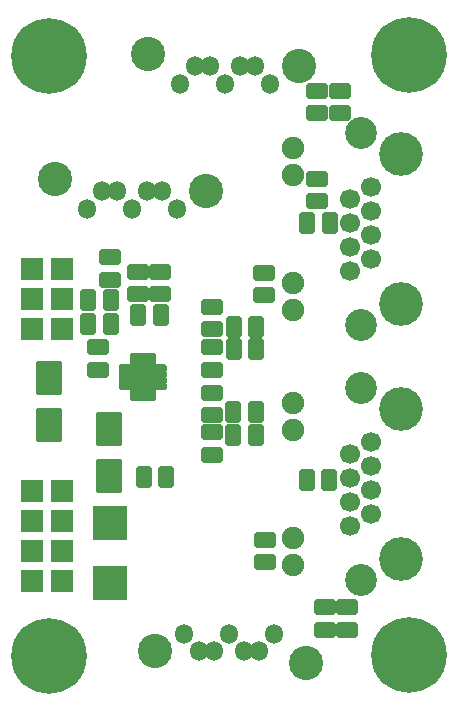
<source format=gbr>
G04 #@! TF.GenerationSoftware,KiCad,Pcbnew,(5.99.0-10394-g2e15de97e0)*
G04 #@! TF.CreationDate,2021-06-23T12:34:00+02:00*
G04 #@! TF.ProjectId,RFIQINT02A,52464951-494e-4543-9032-412e6b696361,REV*
G04 #@! TF.SameCoordinates,Original*
G04 #@! TF.FileFunction,Soldermask,Bot*
G04 #@! TF.FilePolarity,Negative*
%FSLAX46Y46*%
G04 Gerber Fmt 4.6, Leading zero omitted, Abs format (unit mm)*
G04 Created by KiCad (PCBNEW (5.99.0-10394-g2e15de97e0)) date 2021-06-23 12:34:00*
%MOMM*%
%LPD*%
G01*
G04 APERTURE LIST*
G04 Aperture macros list*
%AMRoundRect*
0 Rectangle with rounded corners*
0 $1 Rounding radius*
0 $2 $3 $4 $5 $6 $7 $8 $9 X,Y pos of 4 corners*
0 Add a 4 corners polygon primitive as box body*
4,1,4,$2,$3,$4,$5,$6,$7,$8,$9,$2,$3,0*
0 Add four circle primitives for the rounded corners*
1,1,$1+$1,$2,$3*
1,1,$1+$1,$4,$5*
1,1,$1+$1,$6,$7*
1,1,$1+$1,$8,$9*
0 Add four rect primitives between the rounded corners*
20,1,$1+$1,$2,$3,$4,$5,0*
20,1,$1+$1,$4,$5,$6,$7,0*
20,1,$1+$1,$6,$7,$8,$9,0*
20,1,$1+$1,$8,$9,$2,$3,0*%
G04 Aperture macros list end*
%ADD10RoundRect,0.200000X-0.762000X-0.762000X0.762000X-0.762000X0.762000X0.762000X-0.762000X0.762000X0*%
%ADD11O,1.500000X1.700000*%
%ADD12C,2.900000*%
%ADD13C,3.700000*%
%ADD14C,1.700000*%
%ADD15C,1.900000*%
%ADD16C,2.700000*%
%ADD17C,6.400000*%
%ADD18RoundRect,0.200000X-0.444500X-0.698500X0.444500X-0.698500X0.444500X0.698500X-0.444500X0.698500X0*%
%ADD19RoundRect,0.200000X0.900000X-1.250000X0.900000X1.250000X-0.900000X1.250000X-0.900000X-1.250000X0*%
%ADD20RoundRect,0.200000X-1.249680X1.275080X-1.249680X-1.275080X1.249680X-1.275080X1.249680X1.275080X0*%
%ADD21RoundRect,0.200000X-0.698500X0.444500X-0.698500X-0.444500X0.698500X-0.444500X0.698500X0.444500X0*%
%ADD22RoundRect,0.200000X0.698500X-0.444500X0.698500X0.444500X-0.698500X0.444500X-0.698500X-0.444500X0*%
%ADD23RoundRect,0.200000X0.444500X0.698500X-0.444500X0.698500X-0.444500X-0.698500X0.444500X-0.698500X0*%
%ADD24RoundRect,0.162500X-0.437500X-0.162500X0.437500X-0.162500X0.437500X0.162500X-0.437500X0.162500X0*%
%ADD25RoundRect,0.162500X-0.162500X-0.437500X0.162500X-0.437500X0.162500X0.437500X-0.162500X0.437500X0*%
%ADD26RoundRect,0.308824X-0.741176X-0.741176X0.741176X-0.741176X0.741176X0.741176X-0.741176X0.741176X0*%
%ADD27RoundRect,0.200000X-0.900000X1.250000X-0.900000X-1.250000X0.900000X-1.250000X0.900000X1.250000X0*%
G04 APERTURE END LIST*
D10*
X3683000Y37739320D03*
X6223000Y37739320D03*
X3683000Y35199320D03*
X6223000Y35199320D03*
X3683000Y32659320D03*
X6223000Y32659320D03*
D11*
X23825200Y53465600D03*
X22555200Y54965600D03*
X21285200Y54965600D03*
X20015200Y53465600D03*
X18745200Y54965600D03*
X17475200Y54965600D03*
X16205200Y53465600D03*
D12*
X13455200Y55965600D03*
X26285200Y54965600D03*
D13*
X34925000Y34818320D03*
X34925000Y47518320D03*
D14*
X32385000Y44718320D03*
X30605000Y43698320D03*
X32385000Y42688320D03*
X30605000Y41668320D03*
X32385000Y40658320D03*
X30605000Y39638320D03*
X32385000Y38628320D03*
X30605000Y37608320D03*
D15*
X25785000Y48028320D03*
X25785000Y45738320D03*
X25785000Y36598320D03*
X25785000Y34308320D03*
D16*
X31495000Y33038320D03*
X31495000Y49298320D03*
D17*
X35560000Y55880000D03*
D13*
X34925000Y13228320D03*
X34925000Y25928320D03*
D14*
X32385000Y23128320D03*
X30605000Y22108320D03*
X32385000Y21098320D03*
X30605000Y20078320D03*
X32385000Y19068320D03*
X30605000Y18048320D03*
X32385000Y17038320D03*
X30605000Y16018320D03*
D15*
X25785000Y26438320D03*
X25785000Y24148320D03*
X25785000Y15008320D03*
X25785000Y12718320D03*
D16*
X31495000Y11448320D03*
X31495000Y27708320D03*
D11*
X15955000Y42843320D03*
X14685000Y44343320D03*
X13415000Y44343320D03*
X12145000Y42843320D03*
X10875000Y44343320D03*
X9605000Y44343320D03*
X8335000Y42843320D03*
D12*
X5585000Y45343320D03*
X18415000Y44343320D03*
D17*
X35560000Y5080000D03*
D11*
X16510000Y6878320D03*
X17780000Y5378320D03*
X19050000Y5378320D03*
X20320000Y6878320D03*
X21590000Y5378320D03*
X22860000Y5378320D03*
X24130000Y6878320D03*
D12*
X26880000Y4378320D03*
X14050000Y5378320D03*
D10*
X3683000Y18943320D03*
X6223000Y18943320D03*
X3683000Y16403320D03*
X6223000Y16403320D03*
X3683000Y13863320D03*
X6223000Y13863320D03*
X3683000Y11323320D03*
X6223000Y11323320D03*
D18*
X20764500Y31013400D03*
X22669500Y31013400D03*
D19*
X10160000Y20213320D03*
X10160000Y24213320D03*
D20*
X10287000Y16245840D03*
X10287000Y11196320D03*
D21*
X30378400Y9105900D03*
X30378400Y7200900D03*
D22*
X10236200Y36842700D03*
X10236200Y38747700D03*
D21*
X23418800Y14833600D03*
X23418800Y12928600D03*
D23*
X15024100Y20142200D03*
X13119100Y20142200D03*
D18*
X26936700Y19939000D03*
X28841700Y19939000D03*
D21*
X27762200Y45402500D03*
X27762200Y43497500D03*
D18*
X26987500Y41656000D03*
X28892500Y41656000D03*
D21*
X23342600Y37452300D03*
X23342600Y35547300D03*
D22*
X29705300Y50965100D03*
X29705300Y52870100D03*
D21*
X12623800Y37536120D03*
X12623800Y35631120D03*
D18*
X12661900Y33896300D03*
X14566900Y33896300D03*
D22*
X18923000Y25387300D03*
X18923000Y27292300D03*
D21*
X28473400Y9105900D03*
X28473400Y7200900D03*
D18*
X20751800Y32862520D03*
X22656800Y32862520D03*
D22*
X18948400Y32651700D03*
X18948400Y34556700D03*
D18*
X8420100Y35128200D03*
X10325100Y35128200D03*
D17*
X5080000Y4973320D03*
D21*
X14528800Y37515800D03*
X14528800Y35610800D03*
D23*
X10350500Y33070800D03*
X8445500Y33070800D03*
D24*
X11631000Y27845320D03*
X11631000Y28345320D03*
X11631000Y28845320D03*
X11631000Y29345320D03*
D25*
X12331000Y30045320D03*
X12831000Y30045320D03*
X13331000Y30045320D03*
X13831000Y30045320D03*
D24*
X14531000Y29345320D03*
X14531000Y28845320D03*
X14531000Y28345320D03*
X14531000Y27845320D03*
D25*
X13831000Y27145320D03*
X13331000Y27145320D03*
X12831000Y27145320D03*
X12331000Y27145320D03*
D26*
X13081000Y28595320D03*
D18*
X20688300Y23749000D03*
X22593300Y23749000D03*
X20713700Y25628600D03*
X22618700Y25628600D03*
D22*
X27774900Y50952400D03*
X27774900Y52857400D03*
D21*
X18948400Y23939500D03*
X18948400Y22034500D03*
X9296400Y31153100D03*
X9296400Y29248100D03*
X18948400Y31153100D03*
X18948400Y29248100D03*
D17*
X5080000Y55773320D03*
D27*
X5080000Y28563320D03*
X5080000Y24563320D03*
M02*

</source>
